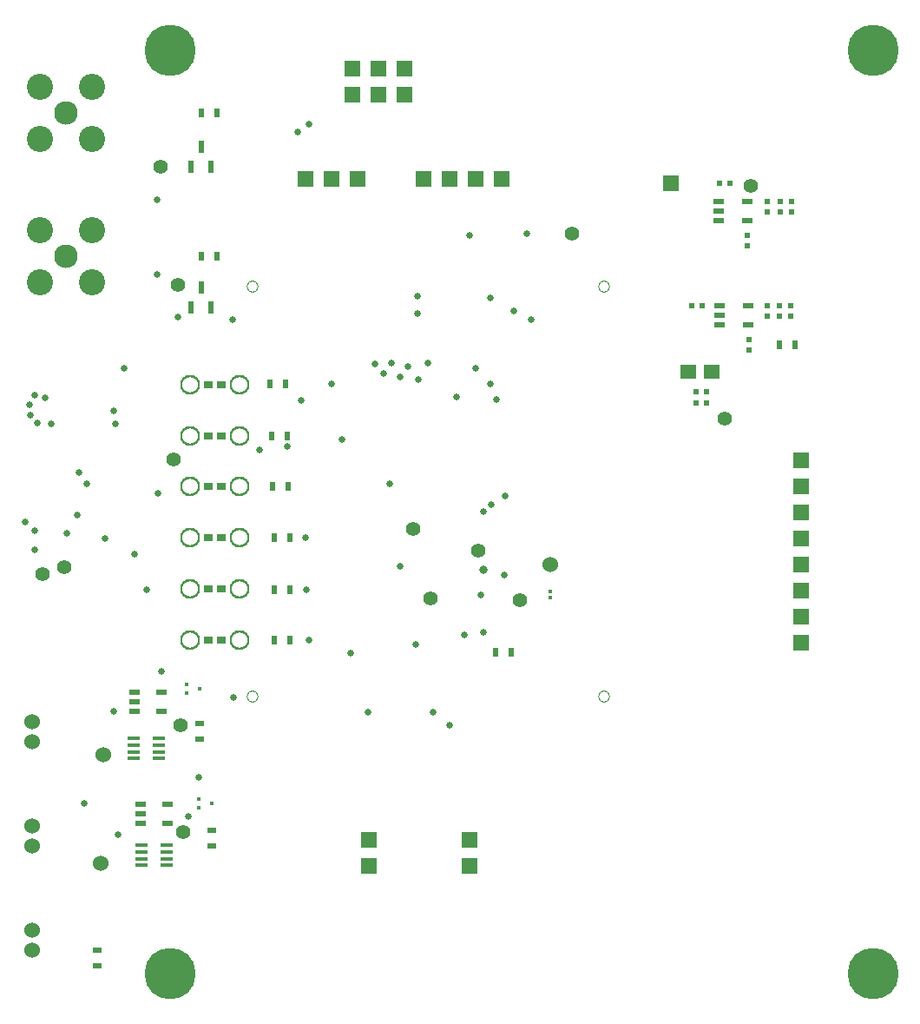
<source format=gbr>
G04 EasyPC Gerber Version 21.0.3 Build 4286 *
G04 #@! TF.Part,Single*
G04 #@! TF.FileFunction,Paste,Top *
G04 #@! TF.FilePolarity,Positive *
%FSLAX35Y35*%
%MOIN*%
G04 #@! TA.AperFunction,SMDPad*
%ADD122R,0.01200X0.01200*%
%ADD113R,0.02000X0.02400*%
%ADD85R,0.02300X0.05000*%
%ADD86R,0.02400X0.03500*%
G04 #@! TA.AperFunction,ComponentPad*
%ADD130R,0.06000X0.06000*%
G04 #@! TD.AperFunction*
%ADD22C,0.02600*%
G04 #@! TA.AperFunction,ViaPad*
%ADD12C,0.03200*%
%ADD107C,0.05600*%
G04 #@! TA.AperFunction,WasherPad*
%ADD119C,0.06000*%
G04 #@! TA.AperFunction,ComponentPad*
%ADD123C,0.09055*%
%ADD124C,0.10039*%
G04 #@! TA.AperFunction,SMDPad*
%ADD129R,0.01831X0.01575*%
%ADD127R,0.04800X0.01600*%
%ADD84R,0.02400X0.02000*%
%ADD128R,0.04134X0.02165*%
%ADD120R,0.04331X0.02362*%
%ADD87R,0.03500X0.02400*%
%ADD125R,0.03500X0.02800*%
%ADD106R,0.06000X0.05500*%
G04 #@! TA.AperFunction,WasherPad*
%ADD118C,0.19700*%
G04 #@! TA.AperFunction,ComponentPad*
%ADD148C,0.04724X0.03937*%
%ADD149C,0.07600X0.06000*%
X0Y0D02*
D02*
D12*
X180750Y169750D03*
D02*
D22*
X4750Y188250D03*
X6250Y233250D03*
X6650Y229250D03*
X8250Y177431D03*
Y184990D03*
Y236750D03*
X9250Y226250D03*
X12250Y235750D03*
X14750Y225750D03*
X20750Y183750D03*
X24750Y190750D03*
X25250Y207250D03*
X27250Y80250D03*
X28250Y202750D03*
X35250Y181750D03*
X38750Y115510D03*
Y230750D03*
X39250Y225738D03*
X40250Y68250D03*
X42750Y247250D03*
X46750Y175750D03*
X51250Y162250D03*
X55250Y283250D03*
Y311750D03*
X55750Y199250D03*
X56868Y130750D03*
X63250Y266750D03*
X67250Y75250D03*
X71250Y90250D03*
X84250Y265750D03*
X84750Y120750D03*
X94750Y215750D03*
X105250Y217250D03*
X109250Y337750D03*
X110719Y234750D03*
X112250Y182250D03*
X112750Y162250D03*
X113750Y142750D03*
Y340750D03*
X122250Y241250D03*
X126250Y219750D03*
X129750Y137750D03*
X136250Y115250D03*
X139065Y248750D03*
X142215Y245250D03*
X144750Y202750D03*
X145364Y249250D03*
X148750Y171250D03*
Y243750D03*
X151663Y247850D03*
X154750Y141250D03*
X155250Y268250D03*
Y274750D03*
X155750Y242750D03*
X159250Y249250D03*
X161250Y115250D03*
X167750Y110250D03*
X170250Y236250D03*
X173250Y144750D03*
X175250Y298250D03*
X177750Y247250D03*
X179750Y160250D03*
X180750Y145750D03*
Y192250D03*
X183250Y241250D03*
Y274250D03*
X183750Y194750D03*
X185750Y235250D03*
X188750Y167750D03*
X188963Y198250D03*
X192250Y269250D03*
X197250Y298750D03*
X198907Y265750D03*
D02*
D84*
X282152Y294250D03*
Y298250D03*
X282750Y254250D03*
Y258250D03*
X289652Y307250D03*
Y311250D03*
X289750Y267250D03*
Y271250D03*
X294250Y267250D03*
Y271250D03*
X294652Y307250D03*
Y311250D03*
X298750Y267250D03*
Y271250D03*
X299152Y307250D03*
Y311250D03*
D02*
D85*
X68500Y270400D03*
Y324400D03*
X72250Y278100D03*
Y332100D03*
X76000Y270400D03*
Y324400D03*
D02*
D86*
X72250Y290250D03*
Y345250D03*
X78250Y290250D03*
Y345250D03*
X98750Y241250D03*
X99250Y221250D03*
X99750Y201750D03*
X100250Y142750D03*
Y162250D03*
Y182250D03*
X104750Y241250D03*
X105250Y221250D03*
X105750Y201750D03*
X106250Y142750D03*
Y162250D03*
Y182250D03*
X185250Y138250D03*
X191250D03*
X294250Y256250D03*
X300250D03*
D02*
D87*
X32250Y17750D03*
Y23750D03*
X71750Y104750D03*
Y110750D03*
X76250Y63750D03*
Y69750D03*
D02*
D106*
X259250Y245750D03*
X268250D03*
D02*
D107*
X11360Y168250D03*
X19750Y170750D03*
X56750Y324400D03*
X61750Y212250D03*
X63250Y279250D03*
X64250Y110250D03*
X65250Y69250D03*
X153750Y185549D03*
X160250Y158750D03*
X178726Y177250D03*
X194750Y158250D03*
X214750Y298750D03*
X273250Y227750D03*
X283250Y317250D03*
D02*
D113*
X260750Y271250D03*
X262250Y233750D03*
Y238250D03*
X264750Y271250D03*
X266250Y233750D03*
Y238250D03*
X271250Y318250D03*
X275250D03*
D02*
D118*
X60250Y14750D03*
Y369250D03*
X330250Y14750D03*
Y369250D03*
D02*
D119*
X7250Y23813D03*
Y31687D03*
Y63813D03*
Y71687D03*
Y103813D03*
Y111687D03*
X33750Y57250D03*
X34750Y98750D03*
X206250Y171750D03*
D02*
D120*
X270935Y303813D03*
Y307553D03*
Y311293D03*
X271435Y263813D03*
Y267553D03*
Y271293D03*
X281959Y303813D03*
Y311293D03*
X282459Y263813D03*
Y271293D03*
D02*
D122*
X206250Y159050D03*
Y161450D03*
D02*
D123*
X20250Y290250D03*
Y345250D03*
D02*
D124*
X10250Y280250D03*
Y300250D03*
Y335250D03*
Y355250D03*
X30250Y280250D03*
Y300250D03*
Y335250D03*
Y355250D03*
D02*
D125*
X75067Y142950D03*
Y162550D03*
Y182150D03*
Y201750D03*
Y221350D03*
Y240950D03*
X80167Y142950D03*
Y162550D03*
Y182150D03*
Y201750D03*
Y221350D03*
Y240950D03*
D02*
D127*
X46450Y97450D03*
Y99950D03*
Y102550D03*
Y105050D03*
X49450Y56450D03*
Y58950D03*
Y61550D03*
Y64050D03*
X56050Y97450D03*
Y99950D03*
Y102550D03*
Y105050D03*
X59050Y56450D03*
Y58950D03*
Y61550D03*
Y64050D03*
D02*
D128*
X46632Y115510D03*
Y119250D03*
Y122990D03*
X49132Y72510D03*
Y76250D03*
Y79990D03*
X56868Y115510D03*
Y122990D03*
X59368Y72510D03*
Y79990D03*
D02*
D129*
X66762Y122675D03*
Y125825D03*
X71262Y78675D03*
Y81825D03*
X71738Y124250D03*
X76238Y80250D03*
D02*
D130*
X112250Y319750D03*
X122250D03*
X130250Y352250D03*
Y362250D03*
X132250Y319750D03*
X136750Y56250D03*
Y66250D03*
X140250Y352250D03*
Y362250D03*
X150250Y352250D03*
Y362250D03*
X157750Y319750D03*
X167750D03*
X175250Y56250D03*
Y66250D03*
X177750Y319750D03*
X187750D03*
X252750Y318250D03*
X302750Y141750D03*
Y151750D03*
Y161750D03*
Y171750D03*
Y181750D03*
Y191750D03*
Y201750D03*
Y211750D03*
D02*
D148*
X91939Y121140D03*
Y278620D03*
X227136Y121140D03*
Y278620D03*
D02*
D149*
X68117Y142950D03*
Y162550D03*
Y182150D03*
Y201750D03*
Y221350D03*
Y240950D03*
X87117Y142950D03*
Y162550D03*
Y182150D03*
Y201750D03*
Y221350D03*
Y240950D03*
X0Y0D02*
M02*

</source>
